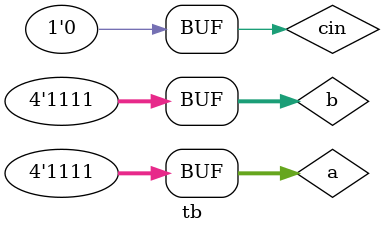
<source format=v>
`timescale 1ns / 1ps

module tb();

reg [3:0] a, b;
reg cin;
wire [3:0] s;
wire co;

cla dut(a, b, cin, s, co);

initial begin
a = 4'b0001; b = 4'b0010; cin = 0;
#10;
a = 4'b0101; b = 4'b0011; cin = 1;
#10;
a = 4'b1111; b = 4'b1111; cin = 0;
#10;
$display("finished simulation");
end

endmodule

</source>
